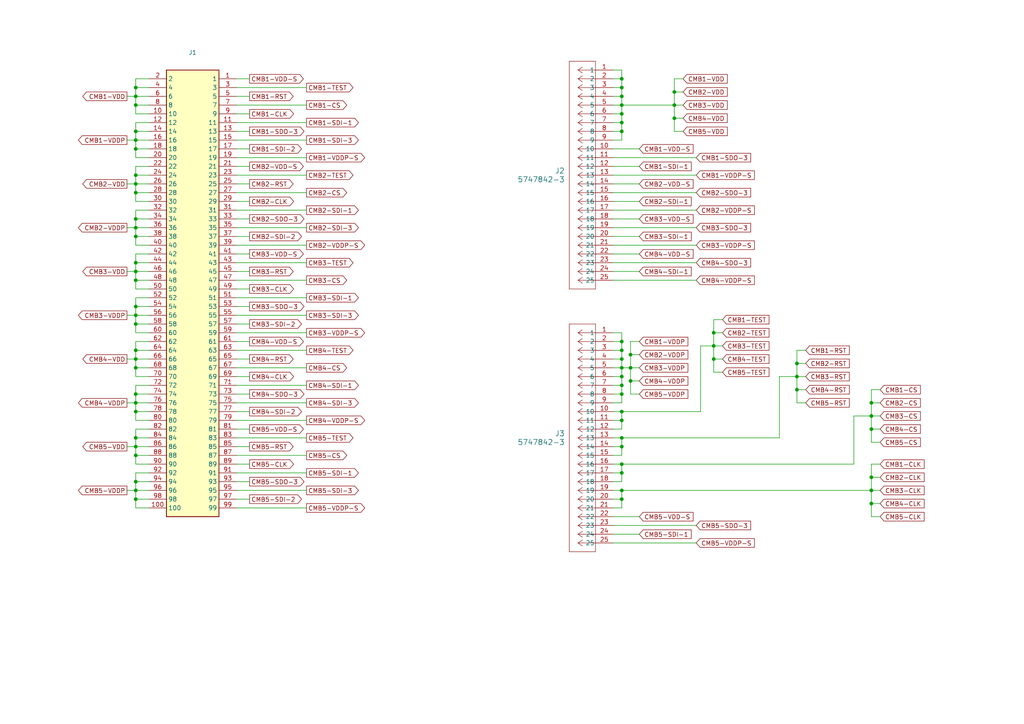
<source format=kicad_sch>
(kicad_sch (version 20231120) (generator "eeschema") (generator_version "8.0")
  (paper "A4")
  (title_block (title "ArCS Power Control Adapter Board") (date "2024-07-15") (rev "1") (company "Fermilab") (comment 1 "Marco Del Tutto"))
  (lib_symbols
    (symbol "5747842-3:5747842-3" (pin_names (offset 0.254))
      (property "Reference" "J" (at 8.89 6.35 0))
      (property "Value" "5747842-3" (at 0 0 0))
      (symbol "5747842-3_1_1"
        (pin unspecified line (at 0 0 0) (length 5.08) (name "1") (number "1"))
        (pin unspecified line (at 0 -22.86 0) (length 5.08) (name "10") (number "10"))
        (pin unspecified line (at 0 -25.4 0) (length 5.08) (name "11") (number "11"))
        (pin unspecified line (at 0 -27.94 0) (length 5.08) (name "12") (number "12"))
        (pin unspecified line (at 0 -30.48 0) (length 5.08) (name "13") (number "13"))
        (pin unspecified line (at 0 -33.02 0) (length 5.08) (name "14") (number "14"))
        (pin unspecified line (at 0 -35.56 0) (length 5.08) (name "15") (number "15"))
        (pin unspecified line (at 0 -38.1 0) (length 5.08) (name "16") (number "16"))
        (pin unspecified line (at 0 -40.64 0) (length 5.08) (name "17") (number "17"))
        (pin unspecified line (at 0 -43.18 0) (length 5.08) (name "18") (number "18"))
        (pin unspecified line (at 0 -45.72 0) (length 5.08) (name "19") (number "19"))
        (pin unspecified line (at 0 -2.54 0) (length 5.08) (name "2") (number "2"))
        (pin unspecified line (at 0 -48.26 0) (length 5.08) (name "20") (number "20"))
        (pin unspecified line (at 0 -50.8 0) (length 5.08) (name "21") (number "21"))
        (pin unspecified line (at 0 -53.34 0) (length 5.08) (name "22") (number "22"))
        (pin unspecified line (at 0 -55.88 0) (length 5.08) (name "23") (number "23"))
        (pin unspecified line (at 0 -58.42 0) (length 5.08) (name "24") (number "24"))
        (pin unspecified line (at 0 -60.96 0) (length 5.08) (name "25") (number "25"))
        (pin unspecified line (at 0 -5.08 0) (length 5.08) (name "3") (number "3"))
        (pin unspecified line (at 0 -7.62 0) (length 5.08) (name "4") (number "4"))
        (pin unspecified line (at 0 -10.16 0) (length 5.08) (name "5") (number "5"))
        (pin unspecified line (at 0 -12.7 0) (length 5.08) (name "6") (number "6"))
        (pin unspecified line (at 0 -15.24 0) (length 5.08) (name "7") (number "7"))
        (pin unspecified line (at 0 -17.78 0) (length 5.08) (name "8") (number "8"))
        (pin unspecified line (at 0 -20.32 0) (length 5.08) (name "9") (number "9"))
      )
      (symbol "5747842-3_1_2"
        (pin unspecified line (at 0 0 0) (length 5.08) (name "1") (number "1"))
        (pin unspecified line (at 0 -22.86 0) (length 5.08) (name "10") (number "10"))
        (pin unspecified line (at 0 -25.4 0) (length 5.08) (name "11") (number "11"))
        (pin unspecified line (at 0 -27.94 0) (length 5.08) (name "12") (number "12"))
        (pin unspecified line (at 0 -30.48 0) (length 5.08) (name "13") (number "13"))
        (pin unspecified line (at 0 -33.02 0) (length 5.08) (name "14") (number "14"))
        (pin unspecified line (at 0 -35.56 0) (length 5.08) (name "15") (number "15"))
        (pin unspecified line (at 0 -38.1 0) (length 5.08) (name "16") (number "16"))
        (pin unspecified line (at 0 -40.64 0) (length 5.08) (name "17") (number "17"))
        (pin unspecified line (at 0 -43.18 0) (length 5.08) (name "18") (number "18"))
        (pin unspecified line (at 0 -45.72 0) (length 5.08) (name "19") (number "19"))
        (pin unspecified line (at 0 -2.54 0) (length 5.08) (name "2") (number "2"))
        (pin unspecified line (at 0 -48.26 0) (length 5.08) (name "20") (number "20"))
        (pin unspecified line (at 0 -50.8 0) (length 5.08) (name "21") (number "21"))
        (pin unspecified line (at 0 -53.34 0) (length 5.08) (name "22") (number "22"))
        (pin unspecified line (at 0 -55.88 0) (length 5.08) (name "23") (number "23"))
        (pin unspecified line (at 0 -58.42 0) (length 5.08) (name "24") (number "24"))
        (pin unspecified line (at 0 -60.96 0) (length 5.08) (name "25") (number "25"))
        (pin unspecified line (at 0 -5.08 0) (length 5.08) (name "3") (number "3"))
        (pin unspecified line (at 0 -7.62 0) (length 5.08) (name "4") (number "4"))
        (pin unspecified line (at 0 -10.16 0) (length 5.08) (name "5") (number "5"))
        (pin unspecified line (at 0 -12.7 0) (length 5.08) (name "6") (number "6"))
        (pin unspecified line (at 0 -15.24 0) (length 5.08) (name "7") (number "7"))
        (pin unspecified line (at 0 -17.78 0) (length 5.08) (name "8") (number "8"))
        (pin unspecified line (at 0 -20.32 0) (length 5.08) (name "9") (number "9"))
      )
    )
    (symbol "81100-560203-RB:81100-560203-RB"
      (property "Reference" "J" (at 21.59 7.62 0))
      (property "Value" "81100-560203-RB" (at 21.59 5.08 0))
      (symbol "81100-560203-RB_1_1"
        (pin passive line (at 0 0 0) (length 5.08) (name "1") (number "1"))
        (pin passive line (at 25.4 -10.16 180) (length 5.08) (name "10") (number "10"))
        (pin passive line (at 25.4 -124.46 180) (length 5.08) (name "100") (number "100"))
        (pin passive line (at 0 -12.7 0) (length 5.08) (name "11") (number "11"))
        (pin passive line (at 25.4 -12.7 180) (length 5.08) (name "12") (number "12"))
        (pin passive line (at 0 -15.24 0) (length 5.08) (name "13") (number "13"))
        (pin passive line (at 25.4 -15.24 180) (length 5.08) (name "14") (number "14"))
        (pin passive line (at 0 -17.78 0) (length 5.08) (name "15") (number "15"))
        (pin passive line (at 25.4 -17.78 180) (length 5.08) (name "16") (number "16"))
        (pin passive line (at 0 -20.32 0) (length 5.08) (name "17") (number "17"))
        (pin passive line (at 25.4 -20.32 180) (length 5.08) (name "18") (number "18"))
        (pin passive line (at 0 -22.86 0) (length 5.08) (name "19") (number "19"))
        (pin passive line (at 25.4 0 180) (length 5.08) (name "2") (number "2"))
        (pin passive line (at 25.4 -22.86 180) (length 5.08) (name "20") (number "20"))
        (pin passive line (at 0 -25.4 0) (length 5.08) (name "21") (number "21"))
        (pin passive line (at 25.4 -25.4 180) (length 5.08) (name "22") (number "22"))
        (pin passive line (at 0 -27.94 0) (length 5.08) (name "23") (number "23"))
        (pin passive line (at 25.4 -27.94 180) (length 5.08) (name "24") (number "24"))
        (pin passive line (at 0 -30.48 0) (length 5.08) (name "25") (number "25"))
        (pin passive line (at 25.4 -30.48 180) (length 5.08) (name "26") (number "26"))
        (pin passive line (at 0 -33.02 0) (length 5.08) (name "27") (number "27"))
        (pin passive line (at 25.4 -33.02 180) (length 5.08) (name "28") (number "28"))
        (pin passive line (at 0 -35.56 0) (length 5.08) (name "29") (number "29"))
        (pin passive line (at 0 -2.54 0) (length 5.08) (name "3") (number "3"))
        (pin passive line (at 25.4 -35.56 180) (length 5.08) (name "30") (number "30"))
        (pin passive line (at 0 -38.1 0) (length 5.08) (name "31") (number "31"))
        (pin passive line (at 25.4 -38.1 180) (length 5.08) (name "32") (number "32"))
        (pin passive line (at 0 -40.64 0) (length 5.08) (name "33") (number "33"))
        (pin passive line (at 25.4 -40.64 180) (length 5.08) (name "34") (number "34"))
        (pin passive line (at 0 -43.18 0) (length 5.08) (name "35") (number "35"))
        (pin passive line (at 25.4 -43.18 180) (length 5.08) (name "36") (number "36"))
        (pin passive line (at 0 -45.72 0) (length 5.08) (name "37") (number "37"))
        (pin passive line (at 25.4 -45.72 180) (length 5.08) (name "38") (number "38"))
        (pin passive line (at 0 -48.26 0) (length 5.08) (name "39") (number "39"))
        (pin passive line (at 25.4 -2.54 180) (length 5.08) (name "4") (number "4"))
        (pin passive line (at 25.4 -48.26 180) (length 5.08) (name "40") (number "40"))
        (pin passive line (at 0 -50.8 0) (length 5.08) (name "41") (number "41"))
        (pin passive line (at 25.4 -50.8 180) (length 5.08) (name "42") (number "42"))
        (pin passive line (at 0 -53.34 0) (length 5.08) (name "43") (number "43"))
        (pin passive line (at 25.4 -53.34 180) (length 5.08) (name "44") (number "44"))
        (pin passive line (at 0 -55.88 0) (length 5.08) (name "45") (number "45"))
        (pin passive line (at 25.4 -55.88 180) (length 5.08) (name "46") (number "46"))
        (pin passive line (at 0 -58.42 0) (length 5.08) (name "47") (number "47"))
        (pin passive line (at 25.4 -58.42 180) (length 5.08) (name "48") (number "48"))
        (pin passive line (at 0 -60.96 0) (length 5.08) (name "49") (number "49"))
        (pin passive line (at 0 -5.08 0) (length 5.08) (name "5") (number "5"))
        (pin passive line (at 25.4 -60.96 180) (length 5.08) (name "50") (number "50"))
        (pin passive line (at 0 -63.5 0) (length 5.08) (name "51") (number "51"))
        (pin passive line (at 25.4 -63.5 180) (length 5.08) (name "52") (number "52"))
        (pin passive line (at 0 -66.04 0) (length 5.08) (name "53") (number "53"))
        (pin passive line (at 25.4 -66.04 180) (length 5.08) (name "54") (number "54"))
        (pin passive line (at 0 -68.58 0) (length 5.08) (name "55") (number "55"))
        (pin passive line (at 25.4 -68.58 180) (length 5.08) (name "56") (number "56"))
        (pin passive line (at 0 -71.12 0) (length 5.08) (name "57") (number "57"))
        (pin passive line (at 25.4 -71.12 180) (length 5.08) (name "58") (number "58"))
        (pin passive line (at 0 -73.66 0) (length 5.08) (name "59") (number "59"))
        (pin passive line (at 25.4 -5.08 180) (length 5.08) (name "6") (number "6"))
        (pin passive line (at 25.4 -73.66 180) (length 5.08) (name "60") (number "60"))
        (pin passive line (at 0 -76.2 0) (length 5.08) (name "61") (number "61"))
        (pin passive line (at 25.4 -76.2 180) (length 5.08) (name "62") (number "62"))
        (pin passive line (at 0 -78.74 0) (length 5.08) (name "63") (number "63"))
        (pin passive line (at 25.4 -78.74 180) (length 5.08) (name "64") (number "64"))
        (pin passive line (at 0 -81.28 0) (length 5.08) (name "65") (number "65"))
        (pin passive line (at 25.4 -81.28 180) (length 5.08) (name "66") (number "66"))
        (pin passive line (at 0 -83.82 0) (length 5.08) (name "67") (number "67"))
        (pin passive line (at 25.4 -83.82 180) (length 5.08) (name "68") (number "68"))
        (pin passive line (at 0 -86.36 0) (length 5.08) (name "69") (number "69"))
        (pin passive line (at 0 -7.62 0) (length 5.08) (name "7") (number "7"))
        (pin passive line (at 25.4 -86.36 180) (length 5.08) (name "70") (number "70"))
        (pin passive line (at 0 -88.9 0) (length 5.08) (name "71") (number "71"))
        (pin passive line (at 25.4 -88.9 180) (length 5.08) (name "72") (number "72"))
        (pin passive line (at 0 -91.44 0) (length 5.08) (name "73") (number "73"))
        (pin passive line (at 25.4 -91.44 180) (length 5.08) (name "74") (number "74"))
        (pin passive line (at 0 -93.98 0) (length 5.08) (name "75") (number "75"))
        (pin passive line (at 25.4 -93.98 180) (length 5.08) (name "76") (number "76"))
        (pin passive line (at 0 -96.52 0) (length 5.08) (name "77") (number "77"))
        (pin passive line (at 25.4 -96.52 180) (length 5.08) (name "78") (number "78"))
        (pin passive line (at 0 -99.06 0) (length 5.08) (name "79") (number "79"))
        (pin passive line (at 25.4 -7.62 180) (length 5.08) (name "8") (number "8"))
        (pin passive line (at 25.4 -99.06 180) (length 5.08) (name "80") (number "80"))
        (pin passive line (at 0 -101.6 0) (length 5.08) (name "81") (number "81"))
        (pin passive line (at 25.4 -101.6 180) (length 5.08) (name "82") (number "82"))
        (pin passive line (at 0 -104.14 0) (length 5.08) (name "83") (number "83"))
        (pin passive line (at 25.4 -104.14 180) (length 5.08) (name "84") (number "84"))
        (pin passive line (at 0 -106.68 0) (length 5.08) (name "85") (number "85"))
        (pin passive line (at 25.4 -106.68 180) (length 5.08) (name "86") (number "86"))
        (pin passive line (at 0 -109.22 0) (length 5.08) (name "87") (number "87"))
        (pin passive line (at 25.4 -109.22 180) (length 5.08) (name "88") (number "88"))
        (pin passive line (at 0 -111.76 0) (length 5.08) (name "89") (number "89"))
        (pin passive line (at 0 -10.16 0) (length 5.08) (name "9") (number "9"))
        (pin passive line (at 25.4 -111.76 180) (length 5.08) (name "90") (number "90"))
        (pin passive line (at 0 -114.3 0) (length 5.08) (name "91") (number "91"))
        (pin passive line (at 25.4 -114.3 180) (length 5.08) (name "92") (number "92"))
        (pin passive line (at 0 -116.84 0) (length 5.08) (name "93") (number "93"))
        (pin passive line (at 25.4 -116.84 180) (length 5.08) (name "94") (number "94"))
        (pin passive line (at 0 -119.38 0) (length 5.08) (name "95") (number "95"))
        (pin passive line (at 25.4 -119.38 180) (length 5.08) (name "96") (number "96"))
        (pin passive line (at 0 -121.92 0) (length 5.08) (name "97") (number "97"))
        (pin passive line (at 25.4 -121.92 180) (length 5.08) (name "98") (number "98"))
        (pin passive line (at 0 -124.46 0) (length 5.08) (name "99") (number "99"))
      )
    )
  )
  (junction (at 180.34 22.86))
  (junction (at 39.37 101.6))
  (junction (at 39.37 81.28))
  (junction (at 207.01 100.33))
  (junction (at 207.01 96.52))
  (junction (at 207.01 104.14))
  (junction (at 195.58 26.67))
  (junction (at 39.37 43.18))
  (junction (at 180.34 106.68))
  (junction (at 39.37 93.98))
  (junction (at 180.34 101.6))
  (junction (at 180.34 134.62))
  (junction (at 180.34 38.1))
  (junction (at 39.37 119.38))
  (junction (at 252.73 124.46))
  (junction (at 180.34 142.24))
  (junction (at 39.37 30.48))
  (junction (at 39.37 50.8))
  (junction (at 39.37 132.08))
  (junction (at 39.37 114.3))
  (junction (at 39.37 63.5))
  (junction (at 180.34 127))
  (junction (at 39.37 127))
  (junction (at 39.37 106.68))
  (junction (at 180.34 144.78))
  (junction (at 39.37 40.64))
  (junction (at 252.73 120.65))
  (junction (at 231.14 105.41))
  (junction (at 180.34 33.02))
  (junction (at 231.14 109.22))
  (junction (at 182.88 110.49))
  (junction (at 39.37 53.34))
  (junction (at 39.37 104.14))
  (junction (at 180.34 99.06))
  (junction (at 180.34 137.16))
  (junction (at 39.37 66.04))
  (junction (at 39.37 68.58))
  (junction (at 180.34 35.56))
  (junction (at 195.58 30.48))
  (junction (at 39.37 88.9))
  (junction (at 195.58 34.29))
  (junction (at 231.14 113.03))
  (junction (at 252.73 116.84))
  (junction (at 180.34 109.22))
  (junction (at 182.88 106.68))
  (junction (at 180.34 104.14))
  (junction (at 180.34 27.94))
  (junction (at 180.34 111.76))
  (junction (at 180.34 121.92))
  (junction (at 180.34 129.54))
  (junction (at 39.37 76.2))
  (junction (at 39.37 129.54))
  (junction (at 252.73 138.43))
  (junction (at 39.37 144.78))
  (junction (at 39.37 142.24))
  (junction (at 180.34 30.48))
  (junction (at 39.37 55.88))
  (junction (at 39.37 25.4))
  (junction (at 39.37 38.1))
  (junction (at 252.73 146.05))
  (junction (at 180.34 25.4))
  (junction (at 39.37 139.7))
  (junction (at 182.88 102.87))
  (junction (at 39.37 91.44))
  (junction (at 180.34 119.38))
  (junction (at 180.34 114.3))
  (junction (at 252.73 142.24))
  (junction (at 39.37 116.84))
  (junction (at 39.37 78.74))
  (junction (at 39.37 27.94))
  (wire (pts (xy 180.34 132.08) (xy 180.34 129.54)))
  (wire (pts (xy 68.58 58.42) (xy 72.39 58.42)))
  (wire (pts (xy 231.14 101.6) (xy 231.14 105.41)))
  (wire (pts (xy 177.8 40.64) (xy 180.34 40.64)))
  (wire (pts (xy 39.37 86.36) (xy 39.37 88.9)))
  (wire (pts (xy 180.34 104.14) (xy 180.34 106.68)))
  (wire (pts (xy 180.34 142.24) (xy 252.73 142.24)))
  (wire (pts (xy 39.37 144.78) (xy 43.18 144.78)))
  (wire (pts (xy 180.34 119.38) (xy 180.34 121.92)))
  (wire (pts (xy 180.34 119.38) (xy 203.2 119.38)))
  (wire (pts (xy 195.58 30.48) (xy 195.58 34.29)))
  (wire (pts (xy 43.18 137.16) (xy 39.37 137.16)))
  (wire (pts (xy 180.34 96.52) (xy 180.34 99.06)))
  (wire (pts (xy 68.58 35.56) (xy 88.9 35.56)))
  (wire (pts (xy 207.01 96.52) (xy 209.55 96.52)))
  (wire (pts (xy 177.8 55.88) (xy 201.93 55.88)))
  (wire (pts (xy 177.8 33.02) (xy 180.34 33.02)))
  (wire (pts (xy 231.14 113.03) (xy 233.68 113.03)))
  (wire (pts (xy 207.01 92.71) (xy 207.01 96.52)))
  (wire (pts (xy 177.8 147.32) (xy 180.34 147.32)))
  (wire (pts (xy 68.58 116.84) (xy 88.9 116.84)))
  (wire (pts (xy 36.83 66.04) (xy 39.37 66.04)))
  (wire (pts (xy 180.34 137.16) (xy 180.34 139.7)))
  (wire (pts (xy 36.83 40.64) (xy 39.37 40.64)))
  (wire (pts (xy 39.37 50.8) (xy 43.18 50.8)))
  (wire (pts (xy 39.37 88.9) (xy 43.18 88.9)))
  (wire (pts (xy 177.8 157.48) (xy 201.93 157.48)))
  (wire (pts (xy 207.01 104.14) (xy 207.01 107.95)))
  (wire (pts (xy 195.58 22.86) (xy 195.58 26.67)))
  (wire (pts (xy 39.37 111.76) (xy 39.37 114.3)))
  (wire (pts (xy 177.8 114.3) (xy 180.34 114.3)))
  (wire (pts (xy 39.37 63.5) (xy 43.18 63.5)))
  (wire (pts (xy 36.83 53.34) (xy 39.37 53.34)))
  (wire (pts (xy 177.8 38.1) (xy 180.34 38.1)))
  (wire (pts (xy 43.18 60.96) (xy 39.37 60.96)))
  (wire (pts (xy 68.58 76.2) (xy 88.9 76.2)))
  (wire (pts (xy 39.37 38.1) (xy 39.37 40.64)))
  (wire (pts (xy 68.58 40.64) (xy 88.9 40.64)))
  (wire (pts (xy 39.37 33.02) (xy 39.37 30.48)))
  (wire (pts (xy 68.58 73.66) (xy 72.39 73.66)))
  (wire (pts (xy 177.8 132.08) (xy 180.34 132.08)))
  (wire (pts (xy 177.8 111.76) (xy 180.34 111.76)))
  (wire (pts (xy 68.58 91.44) (xy 88.9 91.44)))
  (wire (pts (xy 39.37 109.22) (xy 43.18 109.22)))
  (wire (pts (xy 39.37 50.8) (xy 39.37 53.34)))
  (wire (pts (xy 209.55 92.71) (xy 207.01 92.71)))
  (wire (pts (xy 231.14 109.22) (xy 231.14 113.03)))
  (wire (pts (xy 68.58 43.18) (xy 72.39 43.18)))
  (wire (pts (xy 180.34 134.62) (xy 180.34 137.16)))
  (wire (pts (xy 39.37 55.88) (xy 43.18 55.88)))
  (wire (pts (xy 177.8 119.38) (xy 180.34 119.38)))
  (wire (pts (xy 68.58 111.76) (xy 88.9 111.76)))
  (wire (pts (xy 177.8 106.68) (xy 180.34 106.68)))
  (wire (pts (xy 177.8 104.14) (xy 180.34 104.14)))
  (wire (pts (xy 68.58 137.16) (xy 88.9 137.16)))
  (wire (pts (xy 231.14 105.41) (xy 231.14 109.22)))
  (wire (pts (xy 180.34 129.54) (xy 180.34 127)))
  (wire (pts (xy 247.65 120.65) (xy 247.65 134.62)))
  (wire (pts (xy 68.58 119.38) (xy 72.39 119.38)))
  (wire (pts (xy 68.58 109.22) (xy 72.39 109.22)))
  (wire (pts (xy 177.8 30.48) (xy 180.34 30.48)))
  (wire (pts (xy 177.8 76.2) (xy 201.93 76.2)))
  (wire (pts (xy 180.34 35.56) (xy 180.34 33.02)))
  (wire (pts (xy 195.58 30.48) (xy 198.12 30.48)))
  (wire (pts (xy 39.37 134.62) (xy 43.18 134.62)))
  (wire (pts (xy 36.83 116.84) (xy 39.37 116.84)))
  (wire (pts (xy 39.37 76.2) (xy 43.18 76.2)))
  (wire (pts (xy 203.2 119.38) (xy 203.2 100.33)))
  (wire (pts (xy 252.73 146.05) (xy 255.27 146.05)))
  (wire (pts (xy 36.83 142.24) (xy 39.37 142.24)))
  (wire (pts (xy 198.12 22.86) (xy 195.58 22.86)))
  (wire (pts (xy 177.8 139.7) (xy 180.34 139.7)))
  (wire (pts (xy 39.37 147.32) (xy 43.18 147.32)))
  (wire (pts (xy 39.37 139.7) (xy 43.18 139.7)))
  (wire (pts (xy 247.65 120.65) (xy 252.73 120.65)))
  (wire (pts (xy 39.37 25.4) (xy 43.18 25.4)))
  (wire (pts (xy 252.73 146.05) (xy 252.73 149.86)))
  (wire (pts (xy 39.37 58.42) (xy 43.18 58.42)))
  (wire (pts (xy 39.37 129.54) (xy 39.37 132.08)))
  (wire (pts (xy 177.8 142.24) (xy 180.34 142.24)))
  (wire (pts (xy 233.68 101.6) (xy 231.14 101.6)))
  (wire (pts (xy 39.37 27.94) (xy 43.18 27.94)))
  (wire (pts (xy 252.73 128.27) (xy 255.27 128.27)))
  (wire (pts (xy 177.8 58.42) (xy 185.42 58.42)))
  (wire (pts (xy 207.01 107.95) (xy 209.55 107.95)))
  (wire (pts (xy 68.58 114.3) (xy 72.39 114.3)))
  (wire (pts (xy 252.73 124.46) (xy 252.73 128.27)))
  (wire (pts (xy 177.8 63.5) (xy 185.42 63.5)))
  (wire (pts (xy 39.37 119.38) (xy 43.18 119.38)))
  (wire (pts (xy 177.8 149.86) (xy 185.42 149.86)))
  (wire (pts (xy 177.8 152.4) (xy 201.93 152.4)))
  (wire (pts (xy 180.34 25.4) (xy 180.34 22.86)))
  (wire (pts (xy 180.34 101.6) (xy 180.34 104.14)))
  (wire (pts (xy 68.58 99.06) (xy 72.39 99.06)))
  (wire (pts (xy 252.73 120.65) (xy 252.73 124.46)))
  (wire (pts (xy 39.37 63.5) (xy 39.37 66.04)))
  (wire (pts (xy 43.18 111.76) (xy 39.37 111.76)))
  (wire (pts (xy 39.37 132.08) (xy 39.37 134.62)))
  (wire (pts (xy 39.37 99.06) (xy 39.37 101.6)))
  (wire (pts (xy 39.37 106.68) (xy 39.37 109.22)))
  (wire (pts (xy 177.8 53.34) (xy 185.42 53.34)))
  (wire (pts (xy 180.34 20.32) (xy 180.34 22.86)))
  (wire (pts (xy 177.8 96.52) (xy 180.34 96.52)))
  (wire (pts (xy 68.58 63.5) (xy 72.39 63.5)))
  (wire (pts (xy 43.18 86.36) (xy 39.37 86.36)))
  (wire (pts (xy 39.37 55.88) (xy 39.37 58.42)))
  (wire (pts (xy 195.58 26.67) (xy 198.12 26.67)))
  (wire (pts (xy 39.37 68.58) (xy 39.37 71.12)))
  (wire (pts (xy 39.37 139.7) (xy 39.37 142.24)))
  (wire (pts (xy 39.37 116.84) (xy 43.18 116.84)))
  (wire (pts (xy 68.58 121.92) (xy 88.9 121.92)))
  (wire (pts (xy 39.37 88.9) (xy 39.37 91.44)))
  (wire (pts (xy 177.8 68.58) (xy 185.42 68.58)))
  (wire (pts (xy 177.8 137.16) (xy 180.34 137.16)))
  (wire (pts (xy 177.8 129.54) (xy 180.34 129.54)))
  (wire (pts (xy 252.73 116.84) (xy 252.73 120.65)))
  (wire (pts (xy 180.34 106.68) (xy 180.34 109.22)))
  (wire (pts (xy 39.37 91.44) (xy 39.37 93.98)))
  (wire (pts (xy 39.37 43.18) (xy 39.37 45.72)))
  (wire (pts (xy 39.37 114.3) (xy 39.37 116.84)))
  (wire (pts (xy 39.37 53.34) (xy 43.18 53.34)))
  (wire (pts (xy 68.58 30.48) (xy 88.9 30.48)))
  (wire (pts (xy 68.58 124.46) (xy 72.39 124.46)))
  (wire (pts (xy 39.37 76.2) (xy 39.37 78.74)))
  (wire (pts (xy 180.34 144.78) (xy 180.34 142.24)))
  (wire (pts (xy 177.8 124.46) (xy 180.34 124.46)))
  (wire (pts (xy 252.73 142.24) (xy 255.27 142.24)))
  (wire (pts (xy 182.88 106.68) (xy 185.42 106.68)))
  (wire (pts (xy 252.73 134.62) (xy 252.73 138.43)))
  (wire (pts (xy 39.37 43.18) (xy 43.18 43.18)))
  (wire (pts (xy 68.58 104.14) (xy 72.39 104.14)))
  (wire (pts (xy 177.8 27.94) (xy 180.34 27.94)))
  (wire (pts (xy 68.58 129.54) (xy 72.39 129.54)))
  (wire (pts (xy 68.58 139.7) (xy 72.39 139.7)))
  (wire (pts (xy 231.14 116.84) (xy 233.68 116.84)))
  (wire (pts (xy 68.58 60.96) (xy 88.9 60.96)))
  (wire (pts (xy 177.8 73.66) (xy 185.42 73.66)))
  (wire (pts (xy 39.37 27.94) (xy 39.37 30.48)))
  (wire (pts (xy 39.37 132.08) (xy 43.18 132.08)))
  (wire (pts (xy 68.58 127) (xy 88.9 127)))
  (wire (pts (xy 195.58 34.29) (xy 195.58 38.1)))
  (wire (pts (xy 195.58 26.67) (xy 195.58 30.48)))
  (wire (pts (xy 36.83 27.94) (xy 39.37 27.94)))
  (wire (pts (xy 43.18 22.86) (xy 39.37 22.86)))
  (wire (pts (xy 36.83 104.14) (xy 39.37 104.14)))
  (wire (pts (xy 39.37 142.24) (xy 39.37 144.78)))
  (wire (pts (xy 68.58 78.74) (xy 72.39 78.74)))
  (wire (pts (xy 252.73 116.84) (xy 255.27 116.84)))
  (wire (pts (xy 177.8 48.26) (xy 185.42 48.26)))
  (wire (pts (xy 177.8 60.96) (xy 201.93 60.96)))
  (wire (pts (xy 39.37 48.26) (xy 39.37 50.8)))
  (wire (pts (xy 177.8 35.56) (xy 180.34 35.56)))
  (wire (pts (xy 177.8 45.72) (xy 201.93 45.72)))
  (wire (pts (xy 39.37 137.16) (xy 39.37 139.7)))
  (wire (pts (xy 39.37 71.12) (xy 43.18 71.12)))
  (wire (pts (xy 39.37 60.96) (xy 39.37 63.5)))
  (wire (pts (xy 39.37 78.74) (xy 39.37 81.28)))
  (wire (pts (xy 39.37 81.28) (xy 39.37 83.82)))
  (wire (pts (xy 180.34 109.22) (xy 180.34 111.76)))
  (wire (pts (xy 68.58 66.04) (xy 88.9 66.04)))
  (wire (pts (xy 180.34 116.84) (xy 177.8 116.84)))
  (wire (pts (xy 182.88 110.49) (xy 185.42 110.49)))
  (wire (pts (xy 195.58 38.1) (xy 198.12 38.1)))
  (wire (pts (xy 39.37 81.28) (xy 43.18 81.28)))
  (wire (pts (xy 180.34 40.64) (xy 180.34 38.1)))
  (wire (pts (xy 68.58 144.78) (xy 72.39 144.78)))
  (wire (pts (xy 177.8 101.6) (xy 180.34 101.6)))
  (wire (pts (xy 68.58 27.94) (xy 72.39 27.94)))
  (wire (pts (xy 68.58 48.26) (xy 72.39 48.26)))
  (wire (pts (xy 39.37 38.1) (xy 43.18 38.1)))
  (wire (pts (xy 39.37 104.14) (xy 39.37 106.68)))
  (wire (pts (xy 68.58 101.6) (xy 88.9 101.6)))
  (wire (pts (xy 180.34 111.76) (xy 180.34 114.3)))
  (wire (pts (xy 180.34 106.68) (xy 182.88 106.68)))
  (wire (pts (xy 43.18 35.56) (xy 39.37 35.56)))
  (wire (pts (xy 68.58 50.8) (xy 88.9 50.8)))
  (wire (pts (xy 252.73 124.46) (xy 255.27 124.46)))
  (wire (pts (xy 39.37 73.66) (xy 39.37 76.2)))
  (wire (pts (xy 180.34 38.1) (xy 180.34 35.56)))
  (wire (pts (xy 177.8 81.28) (xy 201.93 81.28)))
  (wire (pts (xy 39.37 96.52) (xy 43.18 96.52)))
  (wire (pts (xy 68.58 25.4) (xy 88.9 25.4)))
  (wire (pts (xy 182.88 114.3) (xy 185.42 114.3)))
  (wire (pts (xy 177.8 109.22) (xy 180.34 109.22)))
  (wire (pts (xy 39.37 40.64) (xy 39.37 43.18)))
  (wire (pts (xy 68.58 81.28) (xy 88.9 81.28)))
  (wire (pts (xy 180.34 30.48) (xy 180.34 27.94)))
  (wire (pts (xy 177.8 134.62) (xy 180.34 134.62)))
  (wire (pts (xy 39.37 101.6) (xy 43.18 101.6)))
  (wire (pts (xy 39.37 93.98) (xy 39.37 96.52)))
  (wire (pts (xy 39.37 101.6) (xy 39.37 104.14)))
  (wire (pts (xy 39.37 25.4) (xy 39.37 27.94)))
  (wire (pts (xy 177.8 25.4) (xy 180.34 25.4)))
  (wire (pts (xy 180.34 147.32) (xy 180.34 144.78)))
  (wire (pts (xy 39.37 35.56) (xy 39.37 38.1)))
  (wire (pts (xy 68.58 96.52) (xy 88.9 96.52)))
  (wire (pts (xy 252.73 138.43) (xy 255.27 138.43)))
  (wire (pts (xy 252.73 120.65) (xy 255.27 120.65)))
  (wire (pts (xy 180.34 27.94) (xy 180.34 25.4)))
  (wire (pts (xy 252.73 138.43) (xy 252.73 142.24)))
  (wire (pts (xy 39.37 45.72) (xy 43.18 45.72)))
  (wire (pts (xy 39.37 127) (xy 39.37 129.54)))
  (wire (pts (xy 231.14 105.41) (xy 233.68 105.41)))
  (wire (pts (xy 182.88 102.87) (xy 182.88 106.68)))
  (wire (pts (xy 39.37 144.78) (xy 39.37 147.32)))
  (wire (pts (xy 36.83 78.74) (xy 39.37 78.74)))
  (wire (pts (xy 39.37 68.58) (xy 43.18 68.58)))
  (wire (pts (xy 39.37 127) (xy 43.18 127)))
  (wire (pts (xy 252.73 113.03) (xy 252.73 116.84)))
  (wire (pts (xy 68.58 22.86) (xy 72.39 22.86)))
  (wire (pts (xy 180.34 33.02) (xy 180.34 30.48)))
  (wire (pts (xy 203.2 100.33) (xy 207.01 100.33)))
  (wire (pts (xy 39.37 142.24) (xy 43.18 142.24)))
  (wire (pts (xy 195.58 34.29) (xy 198.12 34.29)))
  (wire (pts (xy 177.8 127) (xy 180.34 127)))
  (wire (pts (xy 177.8 22.86) (xy 180.34 22.86)))
  (wire (pts (xy 39.37 93.98) (xy 43.18 93.98)))
  (wire (pts (xy 180.34 121.92) (xy 180.34 124.46)))
  (wire (pts (xy 182.88 110.49) (xy 182.88 114.3)))
  (wire (pts (xy 39.37 129.54) (xy 43.18 129.54)))
  (wire (pts (xy 231.14 109.22) (xy 233.68 109.22)))
  (wire (pts (xy 177.8 99.06) (xy 180.34 99.06)))
  (wire (pts (xy 207.01 100.33) (xy 207.01 104.14)))
  (wire (pts (xy 226.06 109.22) (xy 231.14 109.22)))
  (wire (pts (xy 252.73 149.86) (xy 255.27 149.86)))
  (wire (pts (xy 43.18 73.66) (xy 39.37 73.66)))
  (wire (pts (xy 39.37 124.46) (xy 39.37 127)))
  (wire (pts (xy 255.27 134.62) (xy 252.73 134.62)))
  (wire (pts (xy 231.14 113.03) (xy 231.14 116.84)))
  (wire (pts (xy 185.42 99.06) (xy 182.88 99.06)))
  (wire (pts (xy 68.58 53.34) (xy 72.39 53.34)))
  (wire (pts (xy 180.34 114.3) (xy 180.34 116.84)))
  (wire (pts (xy 182.88 102.87) (xy 185.42 102.87)))
  (wire (pts (xy 43.18 99.06) (xy 39.37 99.06)))
  (wire (pts (xy 36.83 91.44) (xy 39.37 91.44)))
  (wire (pts (xy 39.37 91.44) (xy 43.18 91.44)))
  (wire (pts (xy 68.58 68.58) (xy 72.39 68.58)))
  (wire (pts (xy 39.37 106.68) (xy 43.18 106.68)))
  (wire (pts (xy 39.37 40.64) (xy 43.18 40.64)))
  (wire (pts (xy 180.34 127) (xy 226.06 127)))
  (wire (pts (xy 39.37 53.34) (xy 39.37 55.88)))
  (wire (pts (xy 68.58 86.36) (xy 88.9 86.36)))
  (wire (pts (xy 177.8 78.74) (xy 185.42 78.74)))
  (wire (pts (xy 177.8 154.94) (xy 185.42 154.94)))
  (wire (pts (xy 180.34 134.62) (xy 247.65 134.62)))
  (wire (pts (xy 68.58 55.88) (xy 88.9 55.88)))
  (wire (pts (xy 39.37 30.48) (xy 43.18 30.48)))
  (wire (pts (xy 68.58 147.32) (xy 88.9 147.32)))
  (wire (pts (xy 43.18 48.26) (xy 39.37 48.26)))
  (wire (pts (xy 252.73 142.24) (xy 252.73 146.05)))
  (wire (pts (xy 177.8 144.78) (xy 180.34 144.78)))
  (wire (pts (xy 207.01 100.33) (xy 209.55 100.33)))
  (wire (pts (xy 180.34 99.06) (xy 180.34 101.6)))
  (wire (pts (xy 68.58 88.9) (xy 72.39 88.9)))
  (wire (pts (xy 39.37 116.84) (xy 39.37 119.38)))
  (wire (pts (xy 68.58 106.68) (xy 88.9 106.68)))
  (wire (pts (xy 39.37 66.04) (xy 39.37 68.58)))
  (wire (pts (xy 177.8 66.04) (xy 201.93 66.04)))
  (wire (pts (xy 68.58 134.62) (xy 72.39 134.62)))
  (wire (pts (xy 68.58 132.08) (xy 88.9 132.08)))
  (wire (pts (xy 39.37 83.82) (xy 43.18 83.82)))
  (wire (pts (xy 182.88 99.06) (xy 182.88 102.87)))
  (wire (pts (xy 39.37 114.3) (xy 43.18 114.3)))
  (wire (pts (xy 68.58 33.02) (xy 72.39 33.02)))
  (wire (pts (xy 180.34 20.32) (xy 177.8 20.32)))
  (wire (pts (xy 39.37 66.04) (xy 43.18 66.04)))
  (wire (pts (xy 226.06 109.22) (xy 226.06 127)))
  (wire (pts (xy 39.37 119.38) (xy 39.37 121.92)))
  (wire (pts (xy 39.37 121.92) (xy 43.18 121.92)))
  (wire (pts (xy 182.88 106.68) (xy 182.88 110.49)))
  (wire (pts (xy 177.8 121.92) (xy 180.34 121.92)))
  (wire (pts (xy 43.18 124.46) (xy 39.37 124.46)))
  (wire (pts (xy 39.37 78.74) (xy 43.18 78.74)))
  (wire (pts (xy 36.83 129.54) (xy 39.37 129.54)))
  (wire (pts (xy 177.8 71.12) (xy 201.93 71.12)))
  (wire (pts (xy 43.18 33.02) (xy 39.37 33.02)))
  (wire (pts (xy 180.34 30.48) (xy 195.58 30.48)))
  (wire (pts (xy 207.01 104.14) (xy 209.55 104.14)))
  (wire (pts (xy 255.27 113.03) (xy 252.73 113.03)))
  (wire (pts (xy 177.8 50.8) (xy 201.93 50.8)))
  (wire (pts (xy 177.8 43.18) (xy 185.42 43.18)))
  (wire (pts (xy 207.01 96.52) (xy 207.01 100.33)))
  (wire (pts (xy 68.58 45.72) (xy 88.9 45.72)))
  (wire (pts (xy 39.37 104.14) (xy 43.18 104.14)))
  (wire (pts (xy 68.58 142.24) (xy 88.9 142.24)))
  (wire (pts (xy 68.58 71.12) (xy 88.9 71.12)))
  (wire (pts (xy 68.58 38.1) (xy 72.39 38.1)))
  (wire (pts (xy 68.58 93.98) (xy 72.39 93.98)))
  (wire (pts (xy 68.58 83.82) (xy 72.39 83.82)))
  (wire (pts (xy 39.37 22.86) (xy 39.37 25.4)))
  (global_label "CMB4-TEST" (shape input) (at 209.55 104.14 0) (property "Intersheetrefs" "${INTERSHEET_REFS}" (effects (hide yes))))
  (global_label "CMB5-RST" (shape output) (at 72.39 129.54 0) (property "Intersheetrefs" "${INTERSHEET_REFS}" (effects (hide yes))))
  (global_label "CMB2-VDDP" (shape output) (at 36.83 66.04 180) (property "Intersheetrefs" "${INTERSHEET_REFS}" (effects (hide yes))))
  (global_label "CMB3-VDD" (shape output) (at 36.83 78.74 180) (property "Intersheetrefs" "${INTERSHEET_REFS}" (effects (hide yes))))
  (global_label "CMB1-VDD-S" (shape input) (at 185.42 43.18 0) (property "Intersheetrefs" "${INTERSHEET_REFS}" (effects (hide yes))))
  (global_label "CMB5-VDDP-S" (shape input) (at 201.93 157.48 0) (property "Intersheetrefs" "${INTERSHEET_REFS}" (effects (hide yes))))
  (global_label "CMB4-CLK" (shape output) (at 72.39 109.22 0) (property "Intersheetrefs" "${INTERSHEET_REFS}" (effects (hide yes))))
  (global_label "CMB1-SDO-3" (shape input) (at 201.93 45.72 0) (property "Intersheetrefs" "${INTERSHEET_REFS}" (effects (hide yes))))
  (global_label "CMB5-TEST" (shape output) (at 88.9 127 0) (property "Intersheetrefs" "${INTERSHEET_REFS}" (effects (hide yes))))
  (global_label "CMB3-VDD" (shape input) (at 198.12 30.48 0) (property "Intersheetrefs" "${INTERSHEET_REFS}" (effects (hide yes))))
  (global_label "CMB4-CS" (shape output) (at 88.9 106.68 0) (property "Intersheetrefs" "${INTERSHEET_REFS}" (effects (hide yes))))
  (global_label "CMB5-SDO-3" (shape input) (at 201.93 152.4 0) (property "Intersheetrefs" "${INTERSHEET_REFS}" (effects (hide yes))))
  (global_label "CMB4-SDI-1" (shape input) (at 185.42 78.74 0) (property "Intersheetrefs" "${INTERSHEET_REFS}" (effects (hide yes))))
  (global_label "CMB4-VDDP" (shape output) (at 36.83 116.84 180) (property "Intersheetrefs" "${INTERSHEET_REFS}" (effects (hide yes))))
  (global_label "CMB1-TEST" (shape output) (at 88.9 25.4 0) (property "Intersheetrefs" "${INTERSHEET_REFS}" (effects (hide yes))))
  (global_label "CMB4-SDI-2" (shape output) (at 72.39 119.38 0) (property "Intersheetrefs" "${INTERSHEET_REFS}" (effects (hide yes))))
  (global_label "CMB3-SDO-3" (shape input) (at 201.93 66.04 0) (property "Intersheetrefs" "${INTERSHEET_REFS}" (effects (hide yes))))
  (global_label "CMB1-VDDP" (shape input) (at 185.42 99.06 0) (property "Intersheetrefs" "${INTERSHEET_REFS}" (effects (hide yes))))
  (global_label "CMB5-SDI-3" (shape output) (at 88.9 142.24 0) (property "Intersheetrefs" "${INTERSHEET_REFS}" (effects (hide yes))))
  (global_label "CMB4-VDD" (shape input) (at 198.12 34.29 0) (property "Intersheetrefs" "${INTERSHEET_REFS}" (effects (hide yes))))
  (global_label "CMB5-SDI-1" (shape input) (at 185.42 154.94 0) (property "Intersheetrefs" "${INTERSHEET_REFS}" (effects (hide yes))))
  (global_label "CMB3-VDD-S" (shape output) (at 72.39 73.66 0) (property "Intersheetrefs" "${INTERSHEET_REFS}" (effects (hide yes))))
  (global_label "CMB2-CLK" (shape input) (at 255.27 138.43 0) (property "Intersheetrefs" "${INTERSHEET_REFS}" (effects (hide yes))))
  (global_label "CMB2-CS" (shape input) (at 255.27 116.84 0) (property "Intersheetrefs" "${INTERSHEET_REFS}" (effects (hide yes))))
  (global_label "CMB5-VDD-S" (shape output) (at 72.39 124.46 0) (property "Intersheetrefs" "${INTERSHEET_REFS}" (effects (hide yes))))
  (global_label "CMB3-CS" (shape output) (at 88.9 81.28 0) (property "Intersheetrefs" "${INTERSHEET_REFS}" (effects (hide yes))))
  (global_label "CMB1-VDD" (shape input) (at 198.12 22.86 0) (property "Intersheetrefs" "${INTERSHEET_REFS}" (effects (hide yes))))
  (global_label "CMB3-SDI-1" (shape input) (at 185.42 68.58 0) (property "Intersheetrefs" "${INTERSHEET_REFS}" (effects (hide yes))))
  (global_label "CMB5-VDD-S" (shape input) (at 185.42 149.86 0) (property "Intersheetrefs" "${INTERSHEET_REFS}" (effects (hide yes))))
  (global_label "CMB4-VDDP-S" (shape output) (at 88.9 121.92 0) (property "Intersheetrefs" "${INTERSHEET_REFS}" (effects (hide yes))))
  (global_label "CMB4-VDD-S" (shape output) (at 72.39 99.06 0) (property "Intersheetrefs" "${INTERSHEET_REFS}" (effects (hide yes))))
  (global_label "CMB3-CLK" (shape input) (at 255.27 142.24 0) (property "Intersheetrefs" "${INTERSHEET_REFS}" (effects (hide yes))))
  (global_label "CMB2-VDDP-S" (shape output) (at 88.9 71.12 0) (property "Intersheetrefs" "${INTERSHEET_REFS}" (effects (hide yes))))
  (global_label "CMB3-SDI-1" (shape output) (at 88.9 86.36 0) (property "Intersheetrefs" "${INTERSHEET_REFS}" (effects (hide yes))))
  (global_label "CMB1-TEST" (shape input) (at 209.55 92.71 0) (property "Intersheetrefs" "${INTERSHEET_REFS}" (effects (hide yes))))
  (global_label "CMB3-VDDP" (shape output) (at 36.83 91.44 180) (property "Intersheetrefs" "${INTERSHEET_REFS}" (effects (hide yes))))
  (global_label "CMB1-CLK" (shape output) (at 72.39 33.02 0) (property "Intersheetrefs" "${INTERSHEET_REFS}" (effects (hide yes))))
  (global_label "CMB5-VDD" (shape input) (at 198.12 38.1 0) (property "Intersheetrefs" "${INTERSHEET_REFS}" (effects (hide yes))))
  (global_label "CMB3-SDO-3" (shape output) (at 72.39 88.9 0) (property "Intersheetrefs" "${INTERSHEET_REFS}" (effects (hide yes))))
  (global_label "CMB2-SDI-1" (shape input) (at 185.42 58.42 0) (property "Intersheetrefs" "${INTERSHEET_REFS}" (effects (hide yes))))
  (global_label "CMB2-VDD-S" (shape output) (at 72.39 48.26 0) (property "Intersheetrefs" "${INTERSHEET_REFS}" (effects (hide yes))))
  (global_label "CMB5-VDD" (shape output) (at 36.83 129.54 180) (property "Intersheetrefs" "${INTERSHEET_REFS}" (effects (hide yes))))
  (global_label "CMB1-VDDP" (shape output) (at 36.83 40.64 180) (property "Intersheetrefs" "${INTERSHEET_REFS}" (effects (hide yes))))
  (global_label "CMB2-SDO-3" (shape output) (at 72.39 63.5 0) (property "Intersheetrefs" "${INTERSHEET_REFS}" (effects (hide yes))))
  (global_label "CMB5-VDDP" (shape output) (at 36.83 142.24 180) (property "Intersheetrefs" "${INTERSHEET_REFS}" (effects (hide yes))))
  (global_label "CMB4-VDDP-S" (shape input) (at 201.93 81.28 0) (property "Intersheetrefs" "${INTERSHEET_REFS}" (effects (hide yes))))
  (global_label "CMB4-SDI-3" (shape output) (at 88.9 116.84 0) (property "Intersheetrefs" "${INTERSHEET_REFS}" (effects (hide yes))))
  (global_label "CMB5-VDDP-S" (shape output) (at 88.9 147.32 0) (property "Intersheetrefs" "${INTERSHEET_REFS}" (effects (hide yes))))
  (global_label "CMB1-SDI-2" (shape output) (at 72.39 43.18 0) (property "Intersheetrefs" "${INTERSHEET_REFS}" (effects (hide yes))))
  (global_label "CMB2-RST" (shape input) (at 233.68 105.41 0) (property "Intersheetrefs" "${INTERSHEET_REFS}" (effects (hide yes))))
  (global_label "CMB2-VDD" (shape input) (at 198.12 26.67 0) (property "Intersheetrefs" "${INTERSHEET_REFS}" (effects (hide yes))))
  (global_label "CMB5-RST" (shape input) (at 233.68 116.84 0) (property "Intersheetrefs" "${INTERSHEET_REFS}" (effects (hide yes))))
  (global_label "CMB1-VDDP-S" (shape output) (at 88.9 45.72 0) (property "Intersheetrefs" "${INTERSHEET_REFS}" (effects (hide yes))))
  (global_label "CMB2-RST" (shape output) (at 72.39 53.34 0) (property "Intersheetrefs" "${INTERSHEET_REFS}" (effects (hide yes))))
  (global_label "CMB5-SDI-2" (shape output) (at 72.39 144.78 0) (property "Intersheetrefs" "${INTERSHEET_REFS}" (effects (hide yes))))
  (global_label "CMB3-SDI-3" (shape output) (at 88.9 91.44 0) (property "Intersheetrefs" "${INTERSHEET_REFS}" (effects (hide yes))))
  (global_label "CMB2-SDI-1" (shape output) (at 88.9 60.96 0) (property "Intersheetrefs" "${INTERSHEET_REFS}" (effects (hide yes))))
  (global_label "CMB1-VDD-S" (shape output) (at 72.39 22.86 0) (property "Intersheetrefs" "${INTERSHEET_REFS}" (effects (hide yes))))
  (global_label "CMB2-VDDP-S" (shape input) (at 201.93 60.96 0) (property "Intersheetrefs" "${INTERSHEET_REFS}" (effects (hide yes))))
  (global_label "CMB4-VDD-S" (shape input) (at 185.42 73.66 0) (property "Intersheetrefs" "${INTERSHEET_REFS}" (effects (hide yes))))
  (global_label "CMB4-SDI-1" (shape output) (at 88.9 111.76 0) (property "Intersheetrefs" "${INTERSHEET_REFS}" (effects (hide yes))))
  (global_label "CMB1-CLK" (shape input) (at 255.27 134.62 0) (property "Intersheetrefs" "${INTERSHEET_REFS}" (effects (hide yes))))
  (global_label "CMB3-VDD-S" (shape input) (at 185.42 63.5 0) (property "Intersheetrefs" "${INTERSHEET_REFS}" (effects (hide yes))))
  (global_label "CMB3-CLK" (shape output) (at 72.39 83.82 0) (property "Intersheetrefs" "${INTERSHEET_REFS}" (effects (hide yes))))
  (global_label "CMB1-SDI-1" (shape output) (at 88.9 35.56 0) (property "Intersheetrefs" "${INTERSHEET_REFS}" (effects (hide yes))))
  (global_label "CMB4-RST" (shape input) (at 233.68 113.03 0) (property "Intersheetrefs" "${INTERSHEET_REFS}" (effects (hide yes))))
  (global_label "CMB4-VDDP" (shape input) (at 185.42 110.49 0) (property "Intersheetrefs" "${INTERSHEET_REFS}" (effects (hide yes))))
  (global_label "CMB5-CLK" (shape input) (at 255.27 149.86 0) (property "Intersheetrefs" "${INTERSHEET_REFS}" (effects (hide yes))))
  (global_label "CMB3-TEST" (shape input) (at 209.55 100.33 0) (property "Intersheetrefs" "${INTERSHEET_REFS}" (effects (hide yes))))
  (global_label "CMB3-RST" (shape input) (at 233.68 109.22 0) (property "Intersheetrefs" "${INTERSHEET_REFS}" (effects (hide yes))))
  (global_label "CMB1-RST" (shape input) (at 233.68 101.6 0) (property "Intersheetrefs" "${INTERSHEET_REFS}" (effects (hide yes))))
  (global_label "CMB2-SDO-3" (shape input) (at 201.93 55.88 0) (property "Intersheetrefs" "${INTERSHEET_REFS}" (effects (hide yes))))
  (global_label "CMB4-VDD" (shape output) (at 36.83 104.14 180) (property "Intersheetrefs" "${INTERSHEET_REFS}" (effects (hide yes))))
  (global_label "CMB4-CS" (shape input) (at 255.27 124.46 0) (property "Intersheetrefs" "${INTERSHEET_REFS}" (effects (hide yes))))
  (global_label "CMB3-VDDP-S" (shape output) (at 88.9 96.52 0) (property "Intersheetrefs" "${INTERSHEET_REFS}" (effects (hide yes))))
  (global_label "CMB4-CLK" (shape input) (at 255.27 146.05 0) (property "Intersheetrefs" "${INTERSHEET_REFS}" (effects (hide yes))))
  (global_label "CMB1-VDDP-S" (shape input) (at 201.93 50.8 0) (property "Intersheetrefs" "${INTERSHEET_REFS}" (effects (hide yes))))
  (global_label "CMB4-TEST" (shape output) (at 88.9 101.6 0) (property "Intersheetrefs" "${INTERSHEET_REFS}" (effects (hide yes))))
  (global_label "CMB3-CS" (shape input) (at 255.27 120.65 0) (property "Intersheetrefs" "${INTERSHEET_REFS}" (effects (hide yes))))
  (global_label "CMB3-VDDP-S" (shape input) (at 201.93 71.12 0) (property "Intersheetrefs" "${INTERSHEET_REFS}" (effects (hide yes))))
  (global_label "CMB2-CS" (shape output) (at 88.9 55.88 0) (property "Intersheetrefs" "${INTERSHEET_REFS}" (effects (hide yes))))
  (global_label "CMB2-TEST" (shape output) (at 88.9 50.8 0) (property "Intersheetrefs" "${INTERSHEET_REFS}" (effects (hide yes))))
  (global_label "CMB5-CLK" (shape output) (at 72.39 134.62 0) (property "Intersheetrefs" "${INTERSHEET_REFS}" (effects (hide yes))))
  (global_label "CMB1-SDI-1" (shape input) (at 185.42 48.26 0) (property "Intersheetrefs" "${INTERSHEET_REFS}" (effects (hide yes))))
  (global_label "CMB1-RST" (shape output) (at 72.39 27.94 0) (property "Intersheetrefs" "${INTERSHEET_REFS}" (effects (hide yes))))
  (global_label "CMB4-RST" (shape output) (at 72.39 104.14 0) (property "Intersheetrefs" "${INTERSHEET_REFS}" (effects (hide yes))))
  (global_label "CMB1-VDD" (shape output) (at 36.83 27.94 180) (property "Intersheetrefs" "${INTERSHEET_REFS}" (effects (hide yes))))
  (global_label "CMB4-SDO-3" (shape input) (at 201.93 76.2 0) (property "Intersheetrefs" "${INTERSHEET_REFS}" (effects (hide yes))))
  (global_label "CMB5-TEST" (shape input) (at 209.55 107.95 0) (property "Intersheetrefs" "${INTERSHEET_REFS}" (effects (hide yes))))
  (global_label "CMB2-VDD-S" (shape input) (at 185.42 53.34 0) (property "Intersheetrefs" "${INTERSHEET_REFS}" (effects (hide yes))))
  (global_label "CMB2-VDDP" (shape input) (at 185.42 102.87 0) (property "Intersheetrefs" "${INTERSHEET_REFS}" (effects (hide yes))))
  (global_label "CMB2-VDD" (shape output) (at 36.83 53.34 180) (property "Intersheetrefs" "${INTERSHEET_REFS}" (effects (hide yes))))
  (global_label "CMB1-CS" (shape output) (at 88.9 30.48 0) (property "Intersheetrefs" "${INTERSHEET_REFS}" (effects (hide yes))))
  (global_label "CMB5-SDO-3" (shape output) (at 72.39 139.7 0) (property "Intersheetrefs" "${INTERSHEET_REFS}" (effects (hide yes))))
  (global_label "CMB4-SDO-3" (shape output) (at 72.39 114.3 0) (property "Intersheetrefs" "${INTERSHEET_REFS}" (effects (hide yes))))
  (global_label "CMB5-SDI-1" (shape output) (at 88.9 137.16 0) (property "Intersheetrefs" "${INTERSHEET_REFS}" (effects (hide yes))))
  (global_label "CMB5-CS" (shape output) (at 88.9 132.08 0) (property "Intersheetrefs" "${INTERSHEET_REFS}" (effects (hide yes))))
  (global_label "CMB1-CS" (shape input) (at 255.27 113.03 0) (property "Intersheetrefs" "${INTERSHEET_REFS}" (effects (hide yes))))
  (global_label "CMB3-SDI-2" (shape output) (at 72.39 93.98 0) (property "Intersheetrefs" "${INTERSHEET_REFS}" (effects (hide yes))))
  (global_label "CMB3-TEST" (shape output) (at 88.9 76.2 0) (property "Intersheetrefs" "${INTERSHEET_REFS}" (effects (hide yes))))
  (global_label "CMB5-VDDP" (shape input) (at 185.42 114.3 0) (property "Intersheetrefs" "${INTERSHEET_REFS}" (effects (hide yes))))
  (global_label "CMB2-TEST" (shape input) (at 209.55 96.52 0) (property "Intersheetrefs" "${INTERSHEET_REFS}" (effects (hide yes))))
  (global_label "CMB2-SDI-2" (shape output) (at 72.39 68.58 0) (property "Intersheetrefs" "${INTERSHEET_REFS}" (effects (hide yes))))
  (global_label "CMB5-CS" (shape input) (at 255.27 128.27 0) (property "Intersheetrefs" "${INTERSHEET_REFS}" (effects (hide yes))))
  (global_label "CMB2-CLK" (shape output) (at 72.39 58.42 0) (property "Intersheetrefs" "${INTERSHEET_REFS}" (effects (hide yes))))
  (global_label "CMB2-SDI-3" (shape output) (at 88.9 66.04 0) (property "Intersheetrefs" "${INTERSHEET_REFS}" (effects (hide yes))))
  (global_label "CMB1-SDO-3" (shape output) (at 72.39 38.1 0) (property "Intersheetrefs" "${INTERSHEET_REFS}" (effects (hide yes))))
  (global_label "CMB3-VDDP" (shape input) (at 185.42 106.68 0) (property "Intersheetrefs" "${INTERSHEET_REFS}" (effects (hide yes))))
  (global_label "CMB1-SDI-3" (shape output) (at 88.9 40.64 0) (property "Intersheetrefs" "${INTERSHEET_REFS}" (effects (hide yes))))
  (global_label "CMB3-RST" (shape output) (at 72.39 78.74 0) (property "Intersheetrefs" "${INTERSHEET_REFS}" (effects (hide yes))))
  (symbol (lib_id "5747842-3:5747842-3") (at 177.8 20.32 0) (mirror y) (unit 1)
    (property "Reference" "J2" (at 163.83 49.5299 0) (effects (font (size 1.524 1.524)) (justify left)))
    (property "Value" "5747842-3" (at 163.83 52.0699 0) (effects (font (size 1.524 1.524)) (justify left)))
    (property "Footprint" "footprints:CONN25x1_5747842-3_TEC" (effects (hide yes)))
    (property "Datasheet" "5747842-3" (effects (hide yes)))
  )
  (symbol (lib_id "5747842-3:5747842-3") (at 177.8 96.52 0) (mirror y) (unit 1)
    (property "Reference" "J3" (at 163.83 125.7299 0) (effects (font (size 1.524 1.524)) (justify left)))
    (property "Value" "5747842-3" (at 163.83 128.2699 0) (effects (font (size 1.524 1.524)) (justify left)))
    (property "Footprint" "footprints:CONN25x1_5747842-3_TEC" (effects (hide yes)))
    (property "Datasheet" "5747842-3" (effects (hide yes)))
  )
  (symbol (lib_id "81100-560203-RB:81100-560203-RB") (at 68.58 22.86 0) (mirror y) (unit 1)
    (property "Reference" "J1" (at 55.88 15.24 0))
    (property "Value" "81100-560203-RB" (effects (hide yes)))
    (property "Footprint" "KiCad2:81100560203RB" (effects (hide yes)))
    (property "Datasheet" "https://multimedia.3m.com/mws/media/22111O/3mtm-050-in-4-wall-tripol-hdr-050x-100-l-e-ra-ts0253.pdf" (effects (hide yes)))
    (property "Description" "Connector Header Through Hole, Right Angle 100 position 0.050\" (1.27mm)" (effects (hide yes)))
    (property "Height" "8.124" (effects (hide yes)))
    (property "Manufacturer_Name" "3M" (effects (hide yes)))
    (property "Manufacturer_Part_Number" "81100-560203-RB" (effects (hide yes)))
    (property "Mouser Part Number" "517-81100-560203-RB" (effects (hide yes)))
    (property "Mouser Price/Stock" "https://www.mouser.co.uk/ProductDetail/3M-Electronic-Solutions-Division/81100-560203-RB?qs=eGwfpNCgy99%252B5wlUlz%2FCZw%3D%3D" (effects (hide yes)))
    (property "Arrow Part Number" "81100-560203-RB" (effects (hide yes)))
    (property "Arrow Price/Stock" "https://www.arrow.com/en/products/81100-560203-rb/3m?region=nac" (effects (hide yes)))
  )
)
</source>
